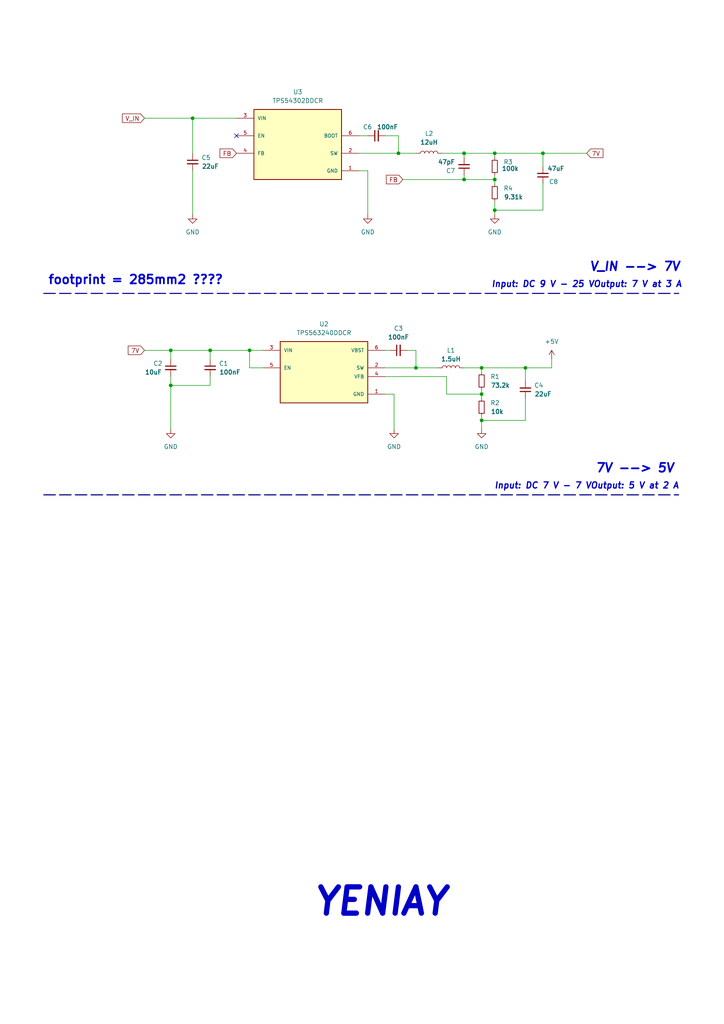
<source format=kicad_sch>
(kicad_sch (version 20231120) (generator "eeschema") (generator_version "8.0")
  (paper "A4" portrait)
  (title_block (title "Voltage Regulator") (date "2025-02-20") (rev "Ozan E."))
  (lib_symbols
    (symbol "Device:C_Small" (pin_numbers hide) (pin_names (offset 0.254) hide)
      (property "Reference" "C" (at 0.254 1.778 0))
      (property "Value" "C_Small" (at 0.254 -2.032 0))
      (symbol "C_Small_0_1"
        (polyline (pts (xy -1.524 -0.508) (xy 1.524 -0.508)) (stroke (width 0.3302)))
        (polyline (pts (xy -1.524 0.508) (xy 1.524 0.508)) (stroke (width 0.3048)))
      )
      (symbol "C_Small_1_1"
        (pin passive line (at 0 2.54 270) (length 2.032) (name "~") (number "1"))
        (pin passive line (at 0 -2.54 90) (length 2.032) (name "~") (number "2"))
      )
    )
    (symbol "Device:L" (pin_numbers hide) (pin_names (offset 1.016) hide)
      (property "Reference" "L" (at -1.27 0 90))
      (property "Value" "L" (at 1.905 0 90))
      (symbol "L_0_1"
        (arc (start 0 -2.54) (mid 0.6323 -1.905) (end 0 -1.27))
        (arc (start 0 -1.27) (mid 0.6323 -0.635) (end 0 0))
        (arc (start 0 0) (mid 0.6323 0.635) (end 0 1.27))
        (arc (start 0 1.27) (mid 0.6323 1.905) (end 0 2.54))
      )
      (symbol "L_1_1"
        (pin passive line (at 0 3.81 270) (length 1.27) (name "1") (number "1"))
        (pin passive line (at 0 -3.81 90) (length 1.27) (name "2") (number "2"))
      )
    )
    (symbol "Device:R_Small" (pin_numbers hide) (pin_names (offset 0.254) hide)
      (property "Reference" "R" (at 0.762 0.508 0))
      (property "Value" "R_Small" (at 0.762 -1.016 0))
      (symbol "R_Small_0_1"
        (rectangle (start -0.762 1.778) (end 0.762 -1.778) (stroke (width 0.2032)))
      )
      (symbol "R_Small_1_1"
        (pin passive line (at 0 2.54 270) (length 0.762) (name "~") (number "1"))
        (pin passive line (at 0 -2.54 90) (length 0.762) (name "~") (number "2"))
      )
    )
    (symbol "TPS54302DDCR:TPS54302DDCR" (pin_names (offset 1.016))
      (property "Reference" "U" (at -12.7 11.16 0))
      (property "Value" "TPS54302DDCR" (at -12.7 -11.62 0))
      (symbol "TPS54302DDCR_0_0"
        (rectangle (start -12.7 -10.16) (end 12.7 10.16) (stroke (width 0.254)) (fill (type background)))
        (pin power_in line (at 17.78 -7.62 180) (length 5.08) (name "GND") (number "1"))
        (pin output line (at 17.78 -2.54 180) (length 5.08) (name "SW") (number "2"))
        (pin power_in line (at -17.78 7.62 0) (length 5.08) (name "VIN") (number "3"))
        (pin input line (at -17.78 -2.54 0) (length 5.08) (name "FB") (number "4"))
        (pin input line (at -17.78 2.54 0) (length 5.08) (name "EN") (number "5"))
        (pin output line (at 17.78 2.54 180) (length 5.08) (name "BOOT") (number "6"))
      )
    )
    (symbol "TPS563240DDCR:TPS563240DDCR" (pin_names (offset 1.016))
      (property "Reference" "U" (at -12.7 11.049 0))
      (property "Value" "TPS563240DDCR" (at -12.7 -10.16 0))
      (symbol "TPS563240DDCR_0_0"
        (rectangle (start -12.7 -7.62) (end 12.7 10.16) (stroke (width 0.254)) (fill (type background)))
        (pin power_in line (at 17.78 -5.08 180) (length 5.08) (name "GND") (number "1"))
        (pin output line (at 17.78 2.54 180) (length 5.08) (name "SW") (number "2"))
        (pin input line (at -17.78 7.62 0) (length 5.08) (name "VIN") (number "3"))
        (pin input line (at 17.78 0 180) (length 5.08) (name "VFB") (number "4"))
        (pin input line (at -17.78 2.54 0) (length 5.08) (name "EN") (number "5"))
        (pin output line (at 17.78 7.62 180) (length 5.08) (name "VBST") (number "6"))
      )
    )
    (symbol "power:+5V" (power) (pin_numbers hide) (pin_names (offset 0) hide)
      (property "Value" "+5V" (at 0 3.556 0))
      (symbol "+5V_0_1"
        (polyline (pts (xy -0.762 1.27) (xy 0 2.54)))
        (polyline (pts (xy 0 0) (xy 0 2.54)))
        (polyline (pts (xy 0 2.54) (xy 0.762 1.27)))
      )
      (symbol "+5V_1_1"
        (pin power_in line (at 0 0 90) (length 0) (name "~") (number "1"))
      )
    )
    (symbol "power:GND" (power) (pin_numbers hide) (pin_names (offset 0) hide)
      (property "Value" "GND" (at 0 -3.81 0))
      (symbol "GND_0_1"
        (polyline (pts (xy 0 0) (xy 0 -1.27) (xy 1.27 -1.27) (xy 0 -2.54) (xy -1.27 -1.27) (xy 0 -1.27)))
      )
      (symbol "GND_1_1"
        (pin power_in line (at 0 0 270) (length 0) (name "~") (number "1"))
      )
    )
  )
  (junction (at 143.51 52.07))
  (junction (at 60.96 101.6))
  (junction (at 139.7 114.3))
  (junction (at 143.51 60.96))
  (junction (at 55.88 34.29))
  (junction (at 49.53 101.6))
  (junction (at 143.51 44.45))
  (junction (at 72.39 101.6))
  (junction (at 139.7 121.92))
  (junction (at 134.62 44.45))
  (junction (at 134.62 52.07))
  (junction (at 152.4 106.68))
  (junction (at 120.65 106.68))
  (junction (at 157.48 44.45))
  (junction (at 49.53 111.76))
  (junction (at 115.57 44.45))
  (junction (at 139.7 106.68))
  (no_connect (at 68.58 39.37))
  (wire (pts (xy 160.02 104.14) (xy 160.02 106.68)))
  (bus (pts (xy 12.7 85.09) (xy 196.85 85.09)) (stroke (width 0) (type dash)))
  (wire (pts (xy 157.48 48.26) (xy 157.48 44.45)))
  (wire (pts (xy 139.7 121.92) (xy 139.7 124.46)))
  (wire (pts (xy 60.96 109.22) (xy 60.96 111.76)))
  (wire (pts (xy 139.7 106.68) (xy 139.7 107.95)))
  (wire (pts (xy 111.76 114.3) (xy 114.3 114.3)))
  (wire (pts (xy 60.96 111.76) (xy 49.53 111.76)))
  (wire (pts (xy 120.65 101.6) (xy 120.65 106.68)))
  (wire (pts (xy 143.51 60.96) (xy 143.51 58.42)))
  (wire (pts (xy 139.7 121.92) (xy 139.7 120.65)))
  (wire (pts (xy 115.57 39.37) (xy 115.57 44.45)))
  (wire (pts (xy 55.88 34.29) (xy 68.58 34.29)))
  (wire (pts (xy 143.51 44.45) (xy 143.51 45.72)))
  (wire (pts (xy 49.53 101.6) (xy 60.96 101.6)))
  (wire (pts (xy 134.62 106.68) (xy 139.7 106.68)))
  (wire (pts (xy 139.7 114.3) (xy 139.7 115.57)))
  (wire (pts (xy 76.2 106.68) (xy 72.39 106.68)))
  (wire (pts (xy 139.7 106.68) (xy 152.4 106.68)))
  (wire (pts (xy 55.88 34.29) (xy 55.88 44.45)))
  (wire (pts (xy 60.96 101.6) (xy 60.96 104.14)))
  (wire (pts (xy 114.3 114.3) (xy 114.3 124.46)))
  (wire (pts (xy 49.53 111.76) (xy 49.53 124.46)))
  (wire (pts (xy 134.62 52.07) (xy 143.51 52.07)))
  (wire (pts (xy 134.62 52.07) (xy 134.62 50.8)))
  (wire (pts (xy 120.65 106.68) (xy 127 106.68)))
  (wire (pts (xy 104.14 39.37) (xy 106.68 39.37)))
  (wire (pts (xy 111.76 109.22) (xy 129.54 109.22)))
  (wire (pts (xy 157.48 44.45) (xy 143.51 44.45)))
  (wire (pts (xy 111.76 101.6) (xy 113.03 101.6)))
  (wire (pts (xy 139.7 113.03) (xy 139.7 114.3)))
  (wire (pts (xy 41.91 101.6) (xy 49.53 101.6)))
  (wire (pts (xy 41.91 34.29) (xy 55.88 34.29)))
  (wire (pts (xy 115.57 44.45) (xy 120.65 44.45)))
  (wire (pts (xy 49.53 101.6) (xy 49.53 104.14)))
  (bus (pts (xy 12.7 143.51) (xy 196.85 143.51)) (stroke (width 0) (type dash)))
  (wire (pts (xy 152.4 106.68) (xy 160.02 106.68)))
  (wire (pts (xy 72.39 101.6) (xy 76.2 101.6)))
  (wire (pts (xy 104.14 49.53) (xy 106.68 49.53)))
  (wire (pts (xy 134.62 44.45) (xy 134.62 45.72)))
  (wire (pts (xy 118.11 101.6) (xy 120.65 101.6)))
  (wire (pts (xy 104.14 44.45) (xy 115.57 44.45)))
  (wire (pts (xy 157.48 44.45) (xy 170.18 44.45)))
  (wire (pts (xy 143.51 52.07) (xy 143.51 53.34)))
  (wire (pts (xy 152.4 106.68) (xy 152.4 110.49)))
  (wire (pts (xy 106.68 49.53) (xy 106.68 62.23)))
  (wire (pts (xy 152.4 121.92) (xy 139.7 121.92)))
  (wire (pts (xy 72.39 106.68) (xy 72.39 101.6)))
  (wire (pts (xy 55.88 49.53) (xy 55.88 62.23)))
  (wire (pts (xy 49.53 109.22) (xy 49.53 111.76)))
  (wire (pts (xy 129.54 114.3) (xy 139.7 114.3)))
  (wire (pts (xy 143.51 60.96) (xy 143.51 62.23)))
  (wire (pts (xy 134.62 44.45) (xy 143.51 44.45)))
  (wire (pts (xy 116.84 52.07) (xy 134.62 52.07)))
  (wire (pts (xy 60.96 101.6) (xy 72.39 101.6)))
  (wire (pts (xy 111.76 39.37) (xy 115.57 39.37)))
  (wire (pts (xy 143.51 50.8) (xy 143.51 52.07)))
  (wire (pts (xy 128.27 44.45) (xy 134.62 44.45)))
  (wire (pts (xy 129.54 109.22) (xy 129.54 114.3)))
  (wire (pts (xy 157.48 60.96) (xy 143.51 60.96)))
  (wire (pts (xy 111.76 106.68) (xy 120.65 106.68)))
  (wire (pts (xy 157.48 53.34) (xy 157.48 60.96)))
  (wire (pts (xy 152.4 115.57) (xy 152.4 121.92)))
  (text "7V --> 5V" (at 184.15 135.89 0) (effects (font (size 2.54 2.54) (bold yes) (italic yes))))
  (text "Input: DC 9 V - 25 VOutput: 7 V at 3 A" (at 170.18 82.55 0) (effects (font (size 1.778 1.778) (thickness 0.3556) (bold yes) (italic yes))))
  (text "Input: DC 7 V - 7 VOutput: 5 V at 2 A" (at 170.18 140.97 0) (effects (font (size 1.778 1.778) (thickness 0.3556) (bold yes) (italic yes))))
  (text "V_IN --> 7V" (at 184.15 77.47 0) (effects (font (size 2.54 2.54) (bold yes) (italic yes))))
  (text "YENIAY" (at 110.49 261.62 0) (effects (font (size 7.62 7.62) (thickness 1.524) (bold yes) (italic yes))))
  (text "footprint = 285mm2 ????" (at 39.37 81.28 0) (effects (font (size 2.54 2.54) (thickness 0.508) (bold yes))))
  (global_label "7V" (shape input) (at 41.91 101.6 180) (property "Intersheetrefs" "${INTERSHEET_REFS}" (effects (hide yes))))
  (global_label "7V" (shape input) (at 170.18 44.45 0) (property "Intersheetrefs" "${INTERSHEET_REFS}" (effects (hide yes))))
  (global_label "FB" (shape input) (at 68.58 44.45 180) (property "Intersheetrefs" "${INTERSHEET_REFS}" (effects (hide yes))))
  (global_label "V_IN" (shape input) (at 41.91 34.29 180) (property "Intersheetrefs" "${INTERSHEET_REFS}" (effects (hide yes))))
  (global_label "FB" (shape input) (at 116.84 52.07 180) (property "Intersheetrefs" "${INTERSHEET_REFS}" (effects (hide yes))))
  (symbol (lib_id "Device:R_Small") (at 143.51 48.26 0) (unit 1)
    (property "Reference" "R3" (at 146.05 46.9899 0) (effects (justify left)))
    (property "Value" "100k" (at 145.415 48.895 0) (effects (font (bold yes)) (justify left)))
    (property "Description" "Resistor, small symbol" (effects (hide yes)))
  )
  (symbol (lib_id "Device:R_Small") (at 139.7 110.49 0) (unit 1)
    (property "Reference" "R1" (at 142.24 109.2199 0) (effects (justify left)))
    (property "Value" "73.2k" (at 142.24 111.76 0) (effects (font (bold yes)) (justify left)))
    (property "Description" "Resistor, small symbol" (effects (hide yes)))
  )
  (symbol (lib_id "Device:L") (at 130.81 106.68 90) (unit 1)
    (property "Reference" "L1" (at 130.81 101.6 90))
    (property "Value" "1.5uH" (at 130.81 104.14 90) (effects (font (bold yes))))
    (property "Description" "Inductor" (effects (hide yes)))
  )
  (symbol (lib_id "Device:C_Small") (at 157.48 50.8 180) (unit 1)
    (property "Reference" "C8" (at 161.925 52.705 0) (effects (justify left)))
    (property "Value" "47uF" (at 163.83 48.895 0) (effects (font (bold yes)) (justify left)))
    (property "Description" "Unpolarized capacitor, small symbol" (effects (hide yes)))
  )
  (symbol (lib_id "power:+5V") (at 160.02 104.14 0) (unit 1)
    (property "Reference" "#PWR04" (effects (hide yes)))
    (property "Value" "+5V" (at 160.02 99.06 0))
    (property "Description" "Power symbol creates a global label with name \"+5V\"" (effects (hide yes)))
  )
  (symbol (lib_id "Device:L") (at 124.46 44.45 90) (unit 1)
    (property "Reference" "L2" (at 124.46 38.735 90))
    (property "Value" "12uH" (at 124.46 41.275 90) (effects (font (bold yes))))
    (property "Description" "Inductor" (effects (hide yes)))
  )
  (symbol (lib_id "Device:R_Small") (at 139.7 118.11 0) (unit 1)
    (property "Reference" "R2" (at 142.24 116.8399 0) (effects (justify left)))
    (property "Value" "10k" (at 142.24 119.38 0) (effects (font (bold yes)) (justify left)))
    (property "Description" "Resistor, small symbol" (effects (hide yes)))
  )
  (symbol (lib_id "Device:C_Small") (at 109.22 39.37 90) (unit 1)
    (property "Reference" "C6" (at 107.9562 36.83 90) (effects (justify left)))
    (property "Value" "100nF" (at 115.57 36.83 90) (effects (font (bold yes)) (justify left)))
    (property "Description" "Unpolarized capacitor, small symbol" (effects (hide yes)))
  )
  (symbol (lib_id "TPS54302DDCR:TPS54302DDCR") (at 86.36 41.91 0) (unit 1)
    (property "Reference" "U3" (at 86.36 26.67 0))
    (property "Value" "TPS54302DDCR" (at 86.36 29.21 0))
    (property "Footprint" "TPS54302DDCR:SOT95P280X110-6N" (effects (hide yes)))
    (property "MF" "Texas Instruments" (effects (hide yes)))
    (property "MAXIMUM_PACKAGE_HEIGHT" "1.10 mm" (effects (hide yes)))
    (property "Package" "SOT-23-THN-6 Texas Instruments" (effects (hide yes)))
    (property "Price" "None" (effects (hide yes)))
    (property "Check_prices" "https://www.snapeda.com/parts/TPS54302DDCR/Texas+Instruments/view-part/?ref=eda" (effects (hide yes)))
    (property "STANDARD" "IPC-7351B" (effects (hide yes)))
    (property "PARTREV" "A" (effects (hide yes)))
    (property "SnapEDA_Link" "https://www.snapeda.com/parts/TPS54302DDCR/Texas+Instruments/view-part/?ref=snap" (effects (hide yes)))
    (property "MP" "TPS54302DDCR" (effects (hide yes)))
    (property "Description_1" "\n                        \n                            4.5-V to 28-V Input, 3-A Output, EMI Friendly Synchronous Step-Down Converter\n                        \n" (effects (hide yes)))
    (property "Availability" "In Stock" (effects (hide yes)))
    (property "MANUFACTURER" "Texas Instruments" (effects (hide yes)))
  )
  (symbol (lib_id "Device:C_Small") (at 60.96 106.68 0) (unit 1)
    (property "Reference" "C1" (at 63.5 105.4162 0) (effects (justify left)))
    (property "Value" "100nF" (at 63.5 107.95 0) (effects (font (bold yes)) (justify left)))
    (property "Description" "Unpolarized capacitor, small symbol" (effects (hide yes)))
  )
  (symbol (lib_id "power:GND") (at 106.68 62.23 0) (unit 1)
    (property "Reference" "#PWR06" (effects (hide yes)))
    (property "Value" "GND" (at 106.68 67.31 0))
    (property "Description" "Power symbol creates a global label with name \"GND\" , ground" (effects (hide yes)))
  )
  (symbol (lib_id "power:GND") (at 139.7 124.46 0) (unit 1)
    (property "Reference" "#PWR03" (effects (hide yes)))
    (property "Value" "GND" (at 139.7 129.54 0))
    (property "Description" "Power symbol creates a global label with name \"GND\" , ground" (effects (hide yes)))
  )
  (symbol (lib_id "power:GND") (at 114.3 124.46 0) (unit 1)
    (property "Reference" "#PWR02" (effects (hide yes)))
    (property "Value" "GND" (at 114.3 129.54 0))
    (property "Description" "Power symbol creates a global label with name \"GND\" , ground" (effects (hide yes)))
  )
  (symbol (lib_id "power:GND") (at 55.88 62.23 0) (unit 1)
    (property "Reference" "#PWR05" (effects (hide yes)))
    (property "Value" "GND" (at 55.88 67.31 0))
    (property "Description" "Power symbol creates a global label with name \"GND\" , ground" (effects (hide yes)))
  )
  (symbol (lib_id "power:GND") (at 49.53 124.46 0) (unit 1)
    (property "Reference" "#PWR01" (effects (hide yes)))
    (property "Value" "GND" (at 49.53 129.54 0))
    (property "Description" "Power symbol creates a global label with name \"GND\" , ground" (effects (hide yes)))
  )
  (symbol (lib_id "power:GND") (at 143.51 62.23 0) (unit 1)
    (property "Reference" "#PWR07" (effects (hide yes)))
    (property "Value" "GND" (at 143.51 67.31 0))
    (property "Description" "Power symbol creates a global label with name \"GND\" , ground" (effects (hide yes)))
  )
  (symbol (lib_id "Device:R_Small") (at 143.51 55.88 0) (unit 1)
    (property "Reference" "R4" (at 146.05 54.6099 0) (effects (justify left)))
    (property "Value" "9.31k" (at 146.05 57.15 0) (effects (font (bold yes)) (justify left)))
    (property "Description" "Resistor, small symbol" (effects (hide yes)))
  )
  (symbol (lib_id "Device:C_Small") (at 55.88 46.99 0) (unit 1)
    (property "Reference" "C5" (at 58.42 45.7262 0) (effects (justify left)))
    (property "Value" "22uF" (at 58.42 48.26 0) (effects (font (bold yes)) (justify left)))
    (property "Description" "Unpolarized capacitor, small symbol" (effects (hide yes)))
  )
  (symbol (lib_id "Device:C_Small") (at 49.53 106.68 0) (unit 1)
    (property "Reference" "C2" (at 44.45 105.41 0) (effects (justify left)))
    (property "Value" "10uF" (at 41.91 107.95 0) (effects (font (bold yes)) (justify left)))
    (property "Description" "Unpolarized capacitor, small symbol" (effects (hide yes)))
  )
  (symbol (lib_id "Device:C_Small") (at 152.4 113.03 180) (unit 1)
    (property "Reference" "C4" (at 154.94 111.7535 0) (effects (justify right)))
    (property "Value" "22uF" (at 154.94 114.2936 0) (effects (font (bold yes)) (justify right)))
    (property "Description" "Unpolarized capacitor, small symbol" (effects (hide yes)))
  )
  (symbol (lib_id "TPS563240DDCR:TPS563240DDCR") (at 93.98 109.22 0) (unit 1)
    (property "Reference" "U2" (at 93.98 93.98 0))
    (property "Value" "TPS563240DDCR" (at 93.98 96.52 0))
    (property "Footprint" "TPS563240DDCR:SOT95P280X110-6N" (effects (hide yes)))
    (property "MF" "Texas Instruments" (effects (hide yes)))
    (property "MAXIMUM_PACKAGE_HEIGHT" "1.1 mm" (effects (hide yes)))
    (property "Package" "SOT-23-THN-6 Texas Instruments" (effects (hide yes)))
    (property "Price" "None" (effects (hide yes)))
    (property "Check_prices" "https://www.snapeda.com/parts/TPS563240DDCR/Texas+Instruments/view-part/?ref=eda" (effects (hide yes)))
    (property "STANDARD" "IPC 7351B" (effects (hide yes)))
    (property "PARTREV" "A" (effects (hide yes)))
    (property "SnapEDA_Link" "https://www.snapeda.com/parts/TPS563240DDCR/Texas+Instruments/view-part/?ref=snap" (effects (hide yes)))
    (property "MP" "TPS563240DDCR" (effects (hide yes)))
    (property "Description_1" "\n                        \n                            17-V, 3-A, 1.4-MHz synchronous step-down voltage regulator\n                        \n" (effects (hide yes)))
    (property "Availability" "In Stock" (effects (hide yes)))
    (property "MANUFACTURER" "Texas Instruments" (effects (hide yes)))
  )
  (symbol (lib_id "Device:C_Small") (at 115.57 101.6 90) (unit 1)
    (property "Reference" "C3" (at 115.5763 95.25 90))
    (property "Value" "100nF" (at 115.5763 97.79 90) (effects (font (bold yes))))
    (property "Description" "Unpolarized capacitor, small symbol" (effects (hide yes)))
  )
  (symbol (lib_id "Device:C_Small") (at 134.62 48.26 180) (unit 1)
    (property "Reference" "C7" (at 132.08 49.5238 0) (effects (justify left)))
    (property "Value" "47pF" (at 132.08 46.99 0) (effects (font (bold yes)) (justify left)))
    (property "Description" "Unpolarized capacitor, small symbol" (effects (hide yes)))
  )
)
</source>
